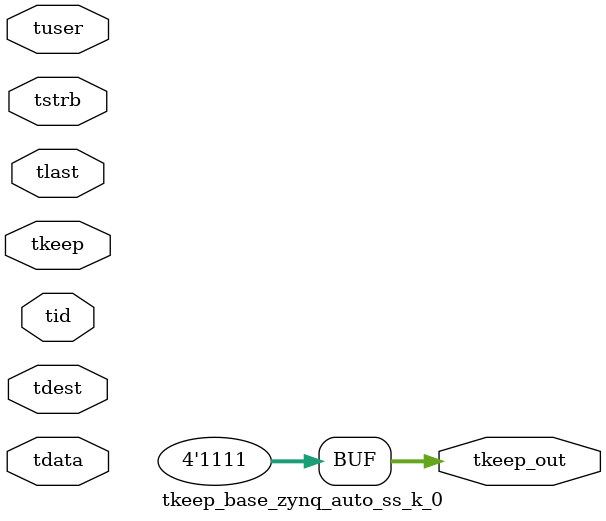
<source format=v>


`timescale 1ps/1ps

module tkeep_base_zynq_auto_ss_k_0 #
(
parameter C_S_AXIS_TDATA_WIDTH = 32,
parameter C_S_AXIS_TUSER_WIDTH = 0,
parameter C_S_AXIS_TID_WIDTH   = 0,
parameter C_S_AXIS_TDEST_WIDTH = 0,
parameter C_M_AXIS_TDATA_WIDTH = 32
)
(
input  [(C_S_AXIS_TDATA_WIDTH == 0 ? 1 : C_S_AXIS_TDATA_WIDTH)-1:0     ] tdata,
input  [(C_S_AXIS_TUSER_WIDTH == 0 ? 1 : C_S_AXIS_TUSER_WIDTH)-1:0     ] tuser,
input  [(C_S_AXIS_TID_WIDTH   == 0 ? 1 : C_S_AXIS_TID_WIDTH)-1:0       ] tid,
input  [(C_S_AXIS_TDEST_WIDTH == 0 ? 1 : C_S_AXIS_TDEST_WIDTH)-1:0     ] tdest,
input  [(C_S_AXIS_TDATA_WIDTH/8)-1:0 ] tkeep,
input  [(C_S_AXIS_TDATA_WIDTH/8)-1:0 ] tstrb,
input                                                                    tlast,
output [(C_M_AXIS_TDATA_WIDTH/8)-1:0 ] tkeep_out
);

assign tkeep_out = {4'b1111};

endmodule


</source>
